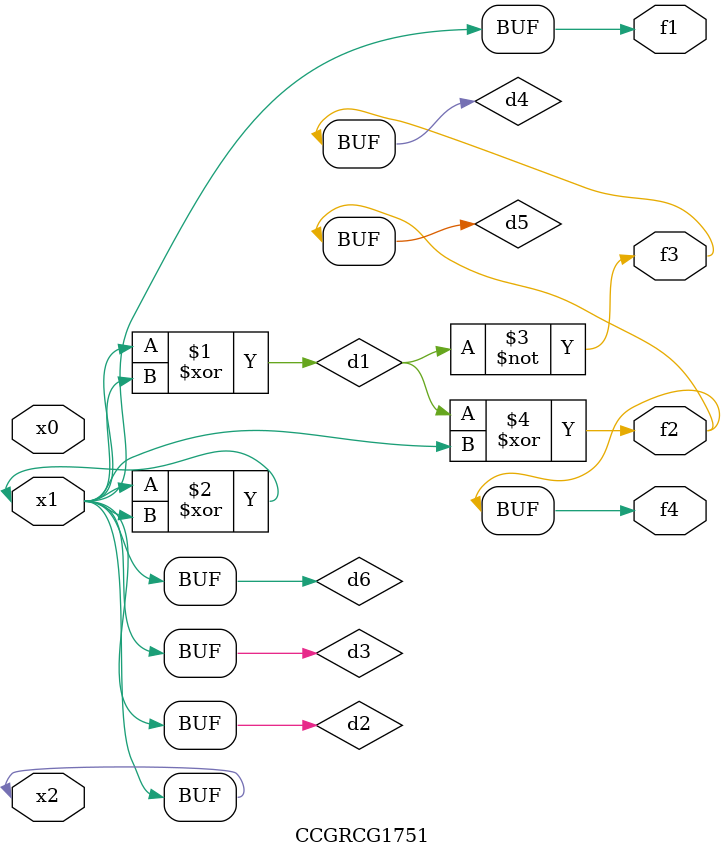
<source format=v>
module CCGRCG1751(
	input x0, x1, x2,
	output f1, f2, f3, f4
);

	wire d1, d2, d3, d4, d5, d6;

	xor (d1, x1, x2);
	buf (d2, x1, x2);
	xor (d3, x1, x2);
	nor (d4, d1);
	xor (d5, d1, d2);
	buf (d6, d2, d3);
	assign f1 = d6;
	assign f2 = d5;
	assign f3 = d4;
	assign f4 = d5;
endmodule

</source>
